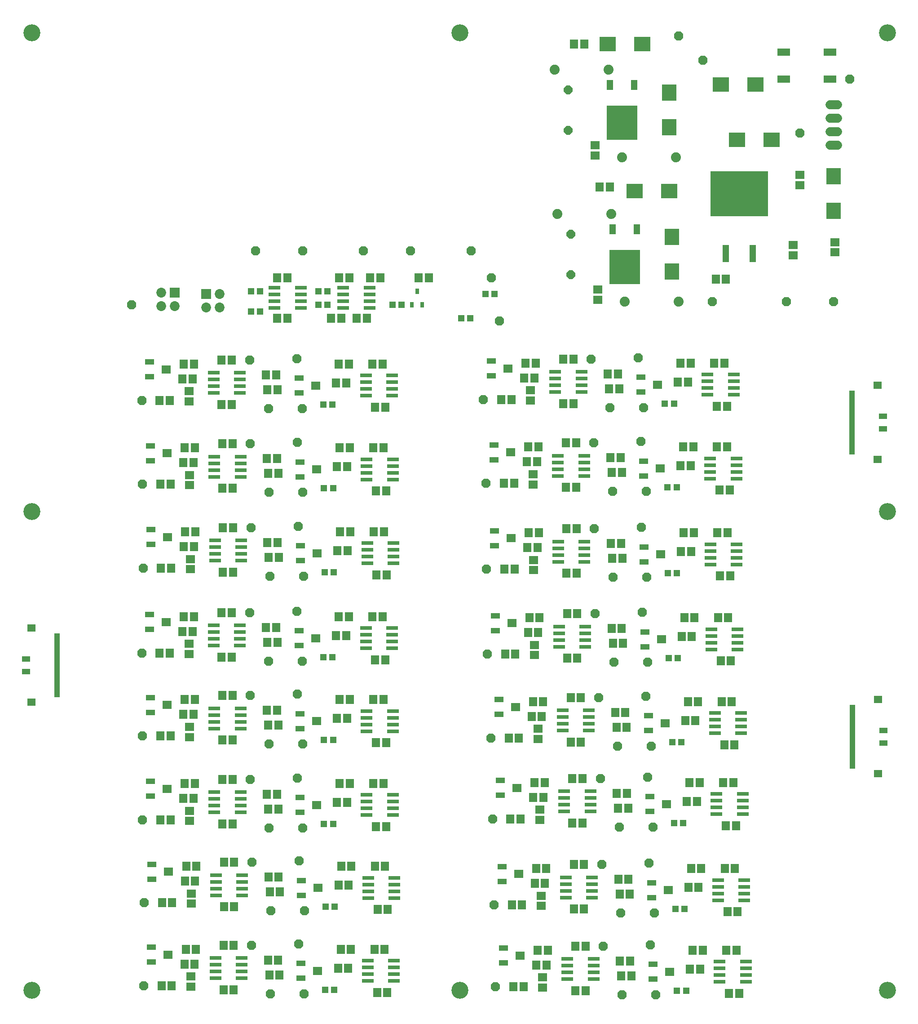
<source format=gbr>
G04 EAGLE Gerber RS-274X export*
G75*
%MOMM*%
%FSLAX34Y34*%
%LPD*%
%INSoldermask Top*%
%IPPOS*%
%AMOC8*
5,1,8,0,0,1.08239X$1,22.5*%
G01*
%ADD10C,3.203200*%
%ADD11R,1.703200X1.503200*%
%ADD12R,2.438400X1.447800*%
%ADD13R,10.863200X8.583200*%
%ADD14R,1.219200X3.253200*%
%ADD15P,1.759533X8X292.500000*%
%ADD16R,2.703200X3.103200*%
%ADD17R,3.103200X2.703200*%
%ADD18C,1.879600*%
%ADD19R,1.203200X1.953200*%
%ADD20R,5.753200X6.553200*%
%ADD21R,1.803200X1.503200*%
%ADD22R,1.503200X1.803200*%
%ADD23P,1.869504X8X202.500000*%
%ADD24C,1.711200*%
%ADD25R,1.503200X1.703200*%
%ADD26R,1.853200X1.853200*%
%ADD27C,1.853200*%
%ADD28R,1.203200X1.303200*%
%ADD29R,0.660400X1.117600*%
%ADD30R,2.184400X0.762000*%
%ADD31P,1.869504X8X22.500000*%
%ADD32R,1.003200X0.503200*%
%ADD33R,1.603200X1.423200*%
%ADD34R,1.603200X1.053200*%
%ADD35R,1.803200X1.103200*%


D10*
X1943100Y-990600D03*
X330200Y-990600D03*
X1136650Y-990600D03*
X330200Y812800D03*
X1943100Y812800D03*
X1136650Y812800D03*
X330200Y-88900D03*
X1943100Y-88900D03*
D11*
X1778000Y544805D03*
X1778000Y525805D03*
X1765300Y412725D03*
X1765300Y393725D03*
D12*
X1746758Y776605D03*
X1746758Y725805D03*
X1834642Y725805D03*
X1834642Y776605D03*
D13*
X1663700Y509905D03*
D14*
X1638300Y396805D03*
X1689100Y396805D03*
D15*
X1346200Y433705D03*
X1346200Y357505D03*
D16*
X1536700Y363105D03*
X1536700Y428105D03*
D17*
X1466100Y514985D03*
X1531100Y514985D03*
D18*
X1447800Y306705D03*
X1549400Y306705D03*
X1422400Y471805D03*
X1320800Y471805D03*
D19*
X1470650Y442605D03*
X1424950Y442605D03*
D20*
X1447800Y371605D03*
D21*
X1397000Y328905D03*
X1397000Y309905D03*
D22*
X1400200Y522605D03*
X1419200Y522605D03*
D15*
X1341120Y705485D03*
X1341120Y629285D03*
D16*
X1531620Y634885D03*
X1531620Y699885D03*
D17*
X1415300Y791845D03*
X1480300Y791845D03*
D18*
X1442720Y578485D03*
X1544320Y578485D03*
X1417320Y743585D03*
X1315720Y743585D03*
D19*
X1465570Y714385D03*
X1419870Y714385D03*
D20*
X1442720Y643385D03*
D21*
X1391920Y600685D03*
X1391920Y581685D03*
D22*
X1351940Y791845D03*
X1370940Y791845D03*
D16*
X1841500Y542405D03*
X1841500Y477405D03*
D17*
X1659140Y611505D03*
X1724140Y611505D03*
X1693660Y715645D03*
X1628660Y715645D03*
D23*
X1871980Y725805D03*
X1549400Y807085D03*
X1841500Y306705D03*
X1612900Y306705D03*
X1752600Y306705D03*
X1595120Y761365D03*
X1778000Y624205D03*
D24*
X1833960Y677545D02*
X1849040Y677545D01*
X1849040Y652145D02*
X1833960Y652145D01*
X1833960Y626745D02*
X1849040Y626745D01*
X1849040Y601345D02*
X1833960Y601345D01*
D25*
X792378Y275082D03*
X811378Y275082D03*
X792378Y351282D03*
X811378Y351282D03*
X986638Y351282D03*
X967638Y351282D03*
X909218Y351282D03*
X928218Y351282D03*
X912978Y275082D03*
X893978Y275082D03*
X942238Y275082D03*
X961238Y275082D03*
D26*
X598678Y323342D03*
D27*
X598678Y297942D03*
X573278Y323342D03*
X573278Y297942D03*
D26*
X658368Y320802D03*
D27*
X683768Y320802D03*
X658368Y295402D03*
X683768Y295402D03*
D28*
X742578Y287782D03*
X759578Y287782D03*
X742578Y325882D03*
X759578Y325882D03*
X1138818Y275082D03*
X1155818Y275082D03*
X869578Y325882D03*
X886578Y325882D03*
D25*
X1059078Y351282D03*
X1078078Y351282D03*
D28*
X869578Y300482D03*
X886578Y300482D03*
X1009278Y300482D03*
X1026278Y300482D03*
D29*
X1046378Y300228D03*
X1065378Y300228D03*
X1055878Y326136D03*
D30*
X787400Y332232D03*
X787400Y319532D03*
X787400Y306832D03*
X787400Y294132D03*
X836676Y294132D03*
X836676Y306832D03*
X836676Y319532D03*
X836676Y332232D03*
X916940Y332232D03*
X916940Y319532D03*
X916940Y306832D03*
X916940Y294132D03*
X966216Y294132D03*
X966216Y306832D03*
X966216Y319532D03*
X966216Y332232D03*
D31*
X1195578Y351282D03*
X751078Y402082D03*
X517398Y300482D03*
X1210818Y270002D03*
X1157478Y402082D03*
X839978Y402082D03*
X1043178Y402082D03*
X954278Y402082D03*
D28*
X1184538Y320802D03*
X1201538Y320802D03*
D22*
X1619300Y348705D03*
X1638300Y348705D03*
D21*
X1843800Y418205D03*
X1843800Y399205D03*
D32*
X377510Y-435960D03*
X377510Y-430960D03*
X377510Y-425960D03*
X377510Y-420960D03*
X377510Y-415960D03*
X377510Y-410960D03*
X377510Y-405960D03*
X377510Y-400960D03*
X377510Y-395960D03*
X377510Y-390960D03*
X377510Y-385960D03*
X377510Y-380960D03*
X377510Y-375960D03*
X377510Y-370960D03*
X377510Y-365960D03*
X377510Y-360960D03*
X377510Y-355960D03*
X377510Y-350960D03*
X377510Y-345960D03*
X377510Y-340960D03*
X377510Y-335960D03*
X377510Y-330960D03*
X377510Y-325960D03*
X377510Y-320960D03*
D33*
X329010Y-308560D03*
D34*
X318910Y-366710D03*
X318910Y-390210D03*
D33*
X329010Y-448360D03*
D32*
X1875470Y136240D03*
X1875470Y131240D03*
X1875470Y126240D03*
X1875470Y121240D03*
X1875470Y116240D03*
X1875470Y111240D03*
X1875470Y106240D03*
X1875470Y101240D03*
X1875470Y96240D03*
X1875470Y91240D03*
X1875470Y86240D03*
X1875470Y81240D03*
X1875470Y76240D03*
X1875470Y71240D03*
X1875470Y66240D03*
X1875470Y61240D03*
X1875470Y56240D03*
X1875470Y51240D03*
X1875470Y46240D03*
X1875470Y41240D03*
X1875470Y36240D03*
X1875470Y31240D03*
X1875470Y26240D03*
X1875470Y21240D03*
D33*
X1923970Y8840D03*
D34*
X1934070Y66990D03*
X1934070Y90490D03*
D33*
X1923970Y148640D03*
D32*
X1876740Y-455580D03*
X1876740Y-460580D03*
X1876740Y-465580D03*
X1876740Y-470580D03*
X1876740Y-475580D03*
X1876740Y-480580D03*
X1876740Y-485580D03*
X1876740Y-490580D03*
X1876740Y-495580D03*
X1876740Y-500580D03*
X1876740Y-505580D03*
X1876740Y-510580D03*
X1876740Y-515580D03*
X1876740Y-520580D03*
X1876740Y-525580D03*
X1876740Y-530580D03*
X1876740Y-535580D03*
X1876740Y-540580D03*
X1876740Y-545580D03*
X1876740Y-550580D03*
X1876740Y-555580D03*
X1876740Y-560580D03*
X1876740Y-565580D03*
X1876740Y-570580D03*
D33*
X1925240Y-582980D03*
D34*
X1935340Y-524830D03*
X1935340Y-501330D03*
D33*
X1925240Y-443180D03*
D25*
X975512Y-913384D03*
X994512Y-913384D03*
X710032Y-989584D03*
X691032Y-989584D03*
X980592Y-994664D03*
X999592Y-994664D03*
X710032Y-905764D03*
X691032Y-905764D03*
D31*
X842772Y-997204D03*
X743712Y-905764D03*
X832612Y-903224D03*
X540512Y-981964D03*
D25*
X617372Y-941324D03*
X636372Y-941324D03*
X574192Y-981964D03*
X593192Y-981964D03*
X931012Y-913384D03*
X912012Y-913384D03*
X925932Y-948944D03*
X906932Y-948944D03*
D28*
X882532Y-989584D03*
X899532Y-989584D03*
D25*
X774852Y-933704D03*
X793852Y-933704D03*
X777392Y-961644D03*
X796392Y-961644D03*
X619912Y-913384D03*
X638912Y-913384D03*
D11*
X629412Y-983844D03*
X629412Y-964844D03*
D35*
X837332Y-940024D03*
D21*
X868532Y-954024D03*
D35*
X837332Y-968024D03*
X555392Y-909544D03*
D21*
X586592Y-923544D03*
D35*
X555392Y-937544D03*
D31*
X779272Y-997204D03*
D30*
X962914Y-934974D03*
X962914Y-947674D03*
X962914Y-960374D03*
X962914Y-973074D03*
X1012190Y-973074D03*
X1012190Y-960374D03*
X1012190Y-947674D03*
X1012190Y-934974D03*
X675894Y-929894D03*
X675894Y-942594D03*
X675894Y-955294D03*
X675894Y-967994D03*
X725170Y-967994D03*
X725170Y-955294D03*
X725170Y-942594D03*
X725170Y-929894D03*
D25*
X1638960Y-915162D03*
X1657960Y-915162D03*
X1373480Y-991362D03*
X1354480Y-991362D03*
X1644040Y-996442D03*
X1663040Y-996442D03*
X1373480Y-907542D03*
X1354480Y-907542D03*
D31*
X1506220Y-998982D03*
X1407160Y-907542D03*
X1496060Y-905002D03*
X1203960Y-983742D03*
D25*
X1280820Y-943102D03*
X1299820Y-943102D03*
X1237640Y-983742D03*
X1256640Y-983742D03*
X1594460Y-915162D03*
X1575460Y-915162D03*
X1589380Y-950722D03*
X1570380Y-950722D03*
D28*
X1545980Y-991362D03*
X1562980Y-991362D03*
D25*
X1438300Y-935482D03*
X1457300Y-935482D03*
X1440840Y-963422D03*
X1459840Y-963422D03*
X1283360Y-915162D03*
X1302360Y-915162D03*
D11*
X1292860Y-985622D03*
X1292860Y-966622D03*
D35*
X1500780Y-941802D03*
D21*
X1531980Y-955802D03*
D35*
X1500780Y-969802D03*
X1218840Y-911322D03*
D21*
X1250040Y-925322D03*
D35*
X1218840Y-939322D03*
D31*
X1442720Y-998982D03*
D30*
X1626362Y-936752D03*
X1626362Y-949452D03*
X1626362Y-962152D03*
X1626362Y-974852D03*
X1675638Y-974852D03*
X1675638Y-962152D03*
X1675638Y-949452D03*
X1675638Y-936752D03*
X1339342Y-931672D03*
X1339342Y-944372D03*
X1339342Y-957072D03*
X1339342Y-969772D03*
X1388618Y-969772D03*
X1388618Y-957072D03*
X1388618Y-944372D03*
X1388618Y-931672D03*
D25*
X976274Y-757174D03*
X995274Y-757174D03*
X710794Y-833374D03*
X691794Y-833374D03*
X981354Y-838454D03*
X1000354Y-838454D03*
X710794Y-749554D03*
X691794Y-749554D03*
D31*
X843534Y-840994D03*
X744474Y-749554D03*
X833374Y-747014D03*
X541274Y-825754D03*
D25*
X618134Y-785114D03*
X637134Y-785114D03*
X574954Y-825754D03*
X593954Y-825754D03*
X931774Y-757174D03*
X912774Y-757174D03*
X926694Y-792734D03*
X907694Y-792734D03*
D28*
X883294Y-833374D03*
X900294Y-833374D03*
D25*
X775614Y-777494D03*
X794614Y-777494D03*
X778154Y-805434D03*
X797154Y-805434D03*
X620674Y-757174D03*
X639674Y-757174D03*
D11*
X630174Y-827634D03*
X630174Y-808634D03*
D35*
X838094Y-783814D03*
D21*
X869294Y-797814D03*
D35*
X838094Y-811814D03*
X556154Y-753334D03*
D21*
X587354Y-767334D03*
D35*
X556154Y-781334D03*
D31*
X780034Y-840994D03*
D30*
X963676Y-778764D03*
X963676Y-791464D03*
X963676Y-804164D03*
X963676Y-816864D03*
X1012952Y-816864D03*
X1012952Y-804164D03*
X1012952Y-791464D03*
X1012952Y-778764D03*
X676656Y-773684D03*
X676656Y-786384D03*
X676656Y-799084D03*
X676656Y-811784D03*
X725932Y-811784D03*
X725932Y-799084D03*
X725932Y-786384D03*
X725932Y-773684D03*
D25*
X1636166Y-761492D03*
X1655166Y-761492D03*
X1370686Y-837692D03*
X1351686Y-837692D03*
X1641246Y-842772D03*
X1660246Y-842772D03*
X1370686Y-753872D03*
X1351686Y-753872D03*
D31*
X1503426Y-845312D03*
X1404366Y-753872D03*
X1493266Y-751332D03*
X1201166Y-830072D03*
D25*
X1278026Y-789432D03*
X1297026Y-789432D03*
X1234846Y-830072D03*
X1253846Y-830072D03*
X1591666Y-761492D03*
X1572666Y-761492D03*
X1586586Y-797052D03*
X1567586Y-797052D03*
D28*
X1543186Y-837692D03*
X1560186Y-837692D03*
D25*
X1435506Y-781812D03*
X1454506Y-781812D03*
X1438046Y-809752D03*
X1457046Y-809752D03*
X1280566Y-761492D03*
X1299566Y-761492D03*
D11*
X1290066Y-831952D03*
X1290066Y-812952D03*
D35*
X1497986Y-788132D03*
D21*
X1529186Y-802132D03*
D35*
X1497986Y-816132D03*
X1216046Y-757652D03*
D21*
X1247246Y-771652D03*
D35*
X1216046Y-785652D03*
D31*
X1439926Y-845312D03*
D30*
X1623568Y-783082D03*
X1623568Y-795782D03*
X1623568Y-808482D03*
X1623568Y-821182D03*
X1672844Y-821182D03*
X1672844Y-808482D03*
X1672844Y-795782D03*
X1672844Y-783082D03*
X1336548Y-778002D03*
X1336548Y-790702D03*
X1336548Y-803402D03*
X1336548Y-816102D03*
X1385824Y-816102D03*
X1385824Y-803402D03*
X1385824Y-790702D03*
X1385824Y-778002D03*
D25*
X973480Y-601218D03*
X992480Y-601218D03*
X708000Y-677418D03*
X689000Y-677418D03*
X978560Y-682498D03*
X997560Y-682498D03*
X708000Y-593598D03*
X689000Y-593598D03*
D31*
X840740Y-685038D03*
X741680Y-593598D03*
X830580Y-591058D03*
X538480Y-669798D03*
D25*
X615340Y-629158D03*
X634340Y-629158D03*
X572160Y-669798D03*
X591160Y-669798D03*
X928980Y-601218D03*
X909980Y-601218D03*
X923900Y-636778D03*
X904900Y-636778D03*
D28*
X880500Y-677418D03*
X897500Y-677418D03*
D25*
X772820Y-621538D03*
X791820Y-621538D03*
X775360Y-649478D03*
X794360Y-649478D03*
X617880Y-601218D03*
X636880Y-601218D03*
D11*
X627380Y-671678D03*
X627380Y-652678D03*
D35*
X835300Y-627858D03*
D21*
X866500Y-641858D03*
D35*
X835300Y-655858D03*
X553360Y-597378D03*
D21*
X584560Y-611378D03*
D35*
X553360Y-625378D03*
D31*
X777240Y-685038D03*
D30*
X960882Y-622808D03*
X960882Y-635508D03*
X960882Y-648208D03*
X960882Y-660908D03*
X1010158Y-660908D03*
X1010158Y-648208D03*
X1010158Y-635508D03*
X1010158Y-622808D03*
X673862Y-617728D03*
X673862Y-630428D03*
X673862Y-643128D03*
X673862Y-655828D03*
X723138Y-655828D03*
X723138Y-643128D03*
X723138Y-630428D03*
X723138Y-617728D03*
D25*
X1633118Y-599186D03*
X1652118Y-599186D03*
X1367638Y-675386D03*
X1348638Y-675386D03*
X1638198Y-680466D03*
X1657198Y-680466D03*
X1367638Y-591566D03*
X1348638Y-591566D03*
D31*
X1500378Y-683006D03*
X1401318Y-591566D03*
X1490218Y-589026D03*
X1198118Y-667766D03*
D25*
X1274978Y-627126D03*
X1293978Y-627126D03*
X1231798Y-667766D03*
X1250798Y-667766D03*
X1588618Y-599186D03*
X1569618Y-599186D03*
X1583538Y-634746D03*
X1564538Y-634746D03*
D28*
X1540138Y-675386D03*
X1557138Y-675386D03*
D25*
X1432458Y-619506D03*
X1451458Y-619506D03*
X1434998Y-647446D03*
X1453998Y-647446D03*
X1277518Y-599186D03*
X1296518Y-599186D03*
D11*
X1287018Y-669646D03*
X1287018Y-650646D03*
D35*
X1494938Y-625826D03*
D21*
X1526138Y-639826D03*
D35*
X1494938Y-653826D03*
X1212998Y-595346D03*
D21*
X1244198Y-609346D03*
D35*
X1212998Y-623346D03*
D31*
X1436878Y-683006D03*
D30*
X1620520Y-620776D03*
X1620520Y-633476D03*
X1620520Y-646176D03*
X1620520Y-658876D03*
X1669796Y-658876D03*
X1669796Y-646176D03*
X1669796Y-633476D03*
X1669796Y-620776D03*
X1333500Y-615696D03*
X1333500Y-628396D03*
X1333500Y-641096D03*
X1333500Y-653796D03*
X1382776Y-653796D03*
X1382776Y-641096D03*
X1382776Y-628396D03*
X1382776Y-615696D03*
D25*
X973480Y-443230D03*
X992480Y-443230D03*
X708000Y-519430D03*
X689000Y-519430D03*
X978560Y-524510D03*
X997560Y-524510D03*
X708000Y-435610D03*
X689000Y-435610D03*
D31*
X840740Y-527050D03*
X741680Y-435610D03*
X830580Y-433070D03*
X538480Y-511810D03*
D25*
X615340Y-471170D03*
X634340Y-471170D03*
X572160Y-511810D03*
X591160Y-511810D03*
X928980Y-443230D03*
X909980Y-443230D03*
X923900Y-478790D03*
X904900Y-478790D03*
D28*
X880500Y-519430D03*
X897500Y-519430D03*
D25*
X772820Y-463550D03*
X791820Y-463550D03*
X775360Y-491490D03*
X794360Y-491490D03*
X617880Y-443230D03*
X636880Y-443230D03*
D11*
X627380Y-513690D03*
X627380Y-494690D03*
D35*
X835300Y-469870D03*
D21*
X866500Y-483870D03*
D35*
X835300Y-497870D03*
X553360Y-439390D03*
D21*
X584560Y-453390D03*
D35*
X553360Y-467390D03*
D31*
X777240Y-527050D03*
D30*
X960882Y-464820D03*
X960882Y-477520D03*
X960882Y-490220D03*
X960882Y-502920D03*
X1010158Y-502920D03*
X1010158Y-490220D03*
X1010158Y-477520D03*
X1010158Y-464820D03*
X673862Y-459740D03*
X673862Y-472440D03*
X673862Y-485140D03*
X673862Y-497840D03*
X723138Y-497840D03*
X723138Y-485140D03*
X723138Y-472440D03*
X723138Y-459740D03*
D25*
X1630324Y-446786D03*
X1649324Y-446786D03*
X1364844Y-522986D03*
X1345844Y-522986D03*
X1635404Y-528066D03*
X1654404Y-528066D03*
X1364844Y-439166D03*
X1345844Y-439166D03*
D31*
X1497584Y-530606D03*
X1398524Y-439166D03*
X1487424Y-436626D03*
X1195324Y-515366D03*
D25*
X1272184Y-474726D03*
X1291184Y-474726D03*
X1229004Y-515366D03*
X1248004Y-515366D03*
X1585824Y-446786D03*
X1566824Y-446786D03*
X1580744Y-482346D03*
X1561744Y-482346D03*
D28*
X1537344Y-522986D03*
X1554344Y-522986D03*
D25*
X1429664Y-467106D03*
X1448664Y-467106D03*
X1432204Y-495046D03*
X1451204Y-495046D03*
X1274724Y-446786D03*
X1293724Y-446786D03*
D11*
X1284224Y-517246D03*
X1284224Y-498246D03*
D35*
X1492144Y-473426D03*
D21*
X1523344Y-487426D03*
D35*
X1492144Y-501426D03*
X1210204Y-442946D03*
D21*
X1241404Y-456946D03*
D35*
X1210204Y-470946D03*
D31*
X1434084Y-530606D03*
D30*
X1617726Y-468376D03*
X1617726Y-481076D03*
X1617726Y-493776D03*
X1617726Y-506476D03*
X1667002Y-506476D03*
X1667002Y-493776D03*
X1667002Y-481076D03*
X1667002Y-468376D03*
X1330706Y-463296D03*
X1330706Y-475996D03*
X1330706Y-488696D03*
X1330706Y-501396D03*
X1379982Y-501396D03*
X1379982Y-488696D03*
X1379982Y-475996D03*
X1379982Y-463296D03*
D25*
X971956Y-286766D03*
X990956Y-286766D03*
X706476Y-362966D03*
X687476Y-362966D03*
X977036Y-368046D03*
X996036Y-368046D03*
X706476Y-279146D03*
X687476Y-279146D03*
D31*
X839216Y-370586D03*
X740156Y-279146D03*
X829056Y-276606D03*
X536956Y-355346D03*
D25*
X613816Y-314706D03*
X632816Y-314706D03*
X570636Y-355346D03*
X589636Y-355346D03*
X927456Y-286766D03*
X908456Y-286766D03*
X922376Y-322326D03*
X903376Y-322326D03*
D28*
X878976Y-362966D03*
X895976Y-362966D03*
D25*
X771296Y-307086D03*
X790296Y-307086D03*
X773836Y-335026D03*
X792836Y-335026D03*
X616356Y-286766D03*
X635356Y-286766D03*
D11*
X625856Y-357226D03*
X625856Y-338226D03*
D35*
X833776Y-313406D03*
D21*
X864976Y-327406D03*
D35*
X833776Y-341406D03*
X551836Y-282926D03*
D21*
X583036Y-296926D03*
D35*
X551836Y-310926D03*
D31*
X775716Y-370586D03*
D30*
X959358Y-308356D03*
X959358Y-321056D03*
X959358Y-333756D03*
X959358Y-346456D03*
X1008634Y-346456D03*
X1008634Y-333756D03*
X1008634Y-321056D03*
X1008634Y-308356D03*
X672338Y-303276D03*
X672338Y-315976D03*
X672338Y-328676D03*
X672338Y-341376D03*
X721614Y-341376D03*
X721614Y-328676D03*
X721614Y-315976D03*
X721614Y-303276D03*
D25*
X1623466Y-289052D03*
X1642466Y-289052D03*
X1357986Y-365252D03*
X1338986Y-365252D03*
X1628546Y-370332D03*
X1647546Y-370332D03*
X1357986Y-281432D03*
X1338986Y-281432D03*
D31*
X1490726Y-372872D03*
X1391666Y-281432D03*
X1480566Y-278892D03*
X1188466Y-357632D03*
D25*
X1265326Y-316992D03*
X1284326Y-316992D03*
X1222146Y-357632D03*
X1241146Y-357632D03*
X1578966Y-289052D03*
X1559966Y-289052D03*
X1573886Y-324612D03*
X1554886Y-324612D03*
D28*
X1530486Y-365252D03*
X1547486Y-365252D03*
D25*
X1422806Y-309372D03*
X1441806Y-309372D03*
X1425346Y-337312D03*
X1444346Y-337312D03*
X1267866Y-289052D03*
X1286866Y-289052D03*
D11*
X1277366Y-359512D03*
X1277366Y-340512D03*
D35*
X1485286Y-315692D03*
D21*
X1516486Y-329692D03*
D35*
X1485286Y-343692D03*
X1203346Y-285212D03*
D21*
X1234546Y-299212D03*
D35*
X1203346Y-313212D03*
D31*
X1427226Y-372872D03*
D30*
X1610868Y-310642D03*
X1610868Y-323342D03*
X1610868Y-336042D03*
X1610868Y-348742D03*
X1660144Y-348742D03*
X1660144Y-336042D03*
X1660144Y-323342D03*
X1660144Y-310642D03*
X1323848Y-305562D03*
X1323848Y-318262D03*
X1323848Y-330962D03*
X1323848Y-343662D03*
X1373124Y-343662D03*
X1373124Y-330962D03*
X1373124Y-318262D03*
X1373124Y-305562D03*
D25*
X974496Y-127000D03*
X993496Y-127000D03*
X709016Y-203200D03*
X690016Y-203200D03*
X979576Y-208280D03*
X998576Y-208280D03*
X709016Y-119380D03*
X690016Y-119380D03*
D31*
X841756Y-210820D03*
X742696Y-119380D03*
X831596Y-116840D03*
X539496Y-195580D03*
D25*
X616356Y-154940D03*
X635356Y-154940D03*
X573176Y-195580D03*
X592176Y-195580D03*
X929996Y-127000D03*
X910996Y-127000D03*
X924916Y-162560D03*
X905916Y-162560D03*
D28*
X881516Y-203200D03*
X898516Y-203200D03*
D25*
X773836Y-147320D03*
X792836Y-147320D03*
X776376Y-175260D03*
X795376Y-175260D03*
X618896Y-127000D03*
X637896Y-127000D03*
D11*
X628396Y-197460D03*
X628396Y-178460D03*
D35*
X836316Y-153640D03*
D21*
X867516Y-167640D03*
D35*
X836316Y-181640D03*
X554376Y-123160D03*
D21*
X585576Y-137160D03*
D35*
X554376Y-151160D03*
D31*
X778256Y-210820D03*
D30*
X961898Y-148590D03*
X961898Y-161290D03*
X961898Y-173990D03*
X961898Y-186690D03*
X1011174Y-186690D03*
X1011174Y-173990D03*
X1011174Y-161290D03*
X1011174Y-148590D03*
X674878Y-143510D03*
X674878Y-156210D03*
X674878Y-168910D03*
X674878Y-181610D03*
X724154Y-181610D03*
X724154Y-168910D03*
X724154Y-156210D03*
X724154Y-143510D03*
D25*
X1621942Y-129032D03*
X1640942Y-129032D03*
X1356462Y-205232D03*
X1337462Y-205232D03*
X1627022Y-210312D03*
X1646022Y-210312D03*
X1356462Y-121412D03*
X1337462Y-121412D03*
D31*
X1489202Y-212852D03*
X1390142Y-121412D03*
X1479042Y-118872D03*
X1186942Y-197612D03*
D25*
X1263802Y-156972D03*
X1282802Y-156972D03*
X1220622Y-197612D03*
X1239622Y-197612D03*
X1577442Y-129032D03*
X1558442Y-129032D03*
X1572362Y-164592D03*
X1553362Y-164592D03*
D28*
X1528962Y-205232D03*
X1545962Y-205232D03*
D25*
X1421282Y-149352D03*
X1440282Y-149352D03*
X1423822Y-177292D03*
X1442822Y-177292D03*
X1266342Y-129032D03*
X1285342Y-129032D03*
D11*
X1275842Y-199492D03*
X1275842Y-180492D03*
D35*
X1483762Y-155672D03*
D21*
X1514962Y-169672D03*
D35*
X1483762Y-183672D03*
X1201822Y-125192D03*
D21*
X1233022Y-139192D03*
D35*
X1201822Y-153192D03*
D31*
X1425702Y-212852D03*
D30*
X1609344Y-150622D03*
X1609344Y-163322D03*
X1609344Y-176022D03*
X1609344Y-188722D03*
X1658620Y-188722D03*
X1658620Y-176022D03*
X1658620Y-163322D03*
X1658620Y-150622D03*
X1322324Y-145542D03*
X1322324Y-158242D03*
X1322324Y-170942D03*
X1322324Y-183642D03*
X1371600Y-183642D03*
X1371600Y-170942D03*
X1371600Y-158242D03*
X1371600Y-145542D03*
D25*
X973480Y30988D03*
X992480Y30988D03*
X708000Y-45212D03*
X689000Y-45212D03*
X978560Y-50292D03*
X997560Y-50292D03*
X708000Y38608D03*
X689000Y38608D03*
D31*
X840740Y-52832D03*
X741680Y38608D03*
X830580Y41148D03*
X538480Y-37592D03*
D25*
X615340Y3048D03*
X634340Y3048D03*
X572160Y-37592D03*
X591160Y-37592D03*
X928980Y30988D03*
X909980Y30988D03*
X923900Y-4572D03*
X904900Y-4572D03*
D28*
X880500Y-45212D03*
X897500Y-45212D03*
D25*
X772820Y10668D03*
X791820Y10668D03*
X775360Y-17272D03*
X794360Y-17272D03*
X617880Y30988D03*
X636880Y30988D03*
D11*
X627380Y-39472D03*
X627380Y-20472D03*
D35*
X835300Y4348D03*
D21*
X866500Y-9652D03*
D35*
X835300Y-23652D03*
X553360Y34828D03*
D21*
X584560Y20828D03*
D35*
X553360Y6828D03*
D31*
X777240Y-52832D03*
D30*
X960882Y9398D03*
X960882Y-3302D03*
X960882Y-16002D03*
X960882Y-28702D03*
X1010158Y-28702D03*
X1010158Y-16002D03*
X1010158Y-3302D03*
X1010158Y9398D03*
X673862Y14478D03*
X673862Y1778D03*
X673862Y-10922D03*
X673862Y-23622D03*
X723138Y-23622D03*
X723138Y-10922D03*
X723138Y1778D03*
X723138Y14478D03*
D25*
X1621180Y32512D03*
X1640180Y32512D03*
X1355700Y-43688D03*
X1336700Y-43688D03*
X1626260Y-48768D03*
X1645260Y-48768D03*
X1355700Y40132D03*
X1336700Y40132D03*
D31*
X1488440Y-51308D03*
X1389380Y40132D03*
X1478280Y42672D03*
X1186180Y-36068D03*
D25*
X1263040Y4572D03*
X1282040Y4572D03*
X1219860Y-36068D03*
X1238860Y-36068D03*
X1576680Y32512D03*
X1557680Y32512D03*
X1571600Y-3048D03*
X1552600Y-3048D03*
D28*
X1528200Y-43688D03*
X1545200Y-43688D03*
D25*
X1420520Y12192D03*
X1439520Y12192D03*
X1423060Y-15748D03*
X1442060Y-15748D03*
X1265580Y32512D03*
X1284580Y32512D03*
D11*
X1275080Y-37948D03*
X1275080Y-18948D03*
D35*
X1483000Y5872D03*
D21*
X1514200Y-8128D03*
D35*
X1483000Y-22128D03*
X1201060Y36352D03*
D21*
X1232260Y22352D03*
D35*
X1201060Y8352D03*
D31*
X1424940Y-51308D03*
D30*
X1608582Y10922D03*
X1608582Y-1778D03*
X1608582Y-14478D03*
X1608582Y-27178D03*
X1657858Y-27178D03*
X1657858Y-14478D03*
X1657858Y-1778D03*
X1657858Y10922D03*
X1321562Y16002D03*
X1321562Y3302D03*
X1321562Y-9398D03*
X1321562Y-22098D03*
X1370838Y-22098D03*
X1370838Y-9398D03*
X1370838Y3302D03*
X1370838Y16002D03*
D25*
X971956Y188976D03*
X990956Y188976D03*
X706476Y112776D03*
X687476Y112776D03*
X977036Y107696D03*
X996036Y107696D03*
X706476Y196596D03*
X687476Y196596D03*
D31*
X839216Y105156D03*
X740156Y196596D03*
X829056Y199136D03*
X536956Y120396D03*
D25*
X613816Y161036D03*
X632816Y161036D03*
X570636Y120396D03*
X589636Y120396D03*
X927456Y188976D03*
X908456Y188976D03*
X922376Y153416D03*
X903376Y153416D03*
D28*
X878976Y112776D03*
X895976Y112776D03*
D25*
X771296Y168656D03*
X790296Y168656D03*
X773836Y140716D03*
X792836Y140716D03*
X616356Y188976D03*
X635356Y188976D03*
D11*
X625856Y118516D03*
X625856Y137516D03*
D35*
X833776Y162336D03*
D21*
X864976Y148336D03*
D35*
X833776Y134336D03*
X551836Y192816D03*
D21*
X583036Y178816D03*
D35*
X551836Y164816D03*
D31*
X775716Y105156D03*
D30*
X959358Y167386D03*
X959358Y154686D03*
X959358Y141986D03*
X959358Y129286D03*
X1008634Y129286D03*
X1008634Y141986D03*
X1008634Y154686D03*
X1008634Y167386D03*
X672338Y172466D03*
X672338Y159766D03*
X672338Y147066D03*
X672338Y134366D03*
X721614Y134366D03*
X721614Y147066D03*
X721614Y159766D03*
X721614Y172466D03*
D25*
X1616100Y190754D03*
X1635100Y190754D03*
X1350620Y114554D03*
X1331620Y114554D03*
X1621180Y109474D03*
X1640180Y109474D03*
X1350620Y198374D03*
X1331620Y198374D03*
D31*
X1483360Y106934D03*
X1384300Y198374D03*
X1473200Y200914D03*
X1181100Y122174D03*
D25*
X1257960Y162814D03*
X1276960Y162814D03*
X1214780Y122174D03*
X1233780Y122174D03*
X1571600Y190754D03*
X1552600Y190754D03*
X1566520Y155194D03*
X1547520Y155194D03*
D28*
X1523120Y114554D03*
X1540120Y114554D03*
D25*
X1415440Y170434D03*
X1434440Y170434D03*
X1417980Y142494D03*
X1436980Y142494D03*
X1260500Y190754D03*
X1279500Y190754D03*
D11*
X1270000Y120294D03*
X1270000Y139294D03*
D35*
X1477920Y164114D03*
D21*
X1509120Y150114D03*
D35*
X1477920Y136114D03*
X1195980Y194594D03*
D21*
X1227180Y180594D03*
D35*
X1195980Y166594D03*
D31*
X1419860Y106934D03*
D30*
X1603502Y169164D03*
X1603502Y156464D03*
X1603502Y143764D03*
X1603502Y131064D03*
X1652778Y131064D03*
X1652778Y143764D03*
X1652778Y156464D03*
X1652778Y169164D03*
X1316482Y174244D03*
X1316482Y161544D03*
X1316482Y148844D03*
X1316482Y136144D03*
X1365758Y136144D03*
X1365758Y148844D03*
X1365758Y161544D03*
X1365758Y174244D03*
M02*

</source>
